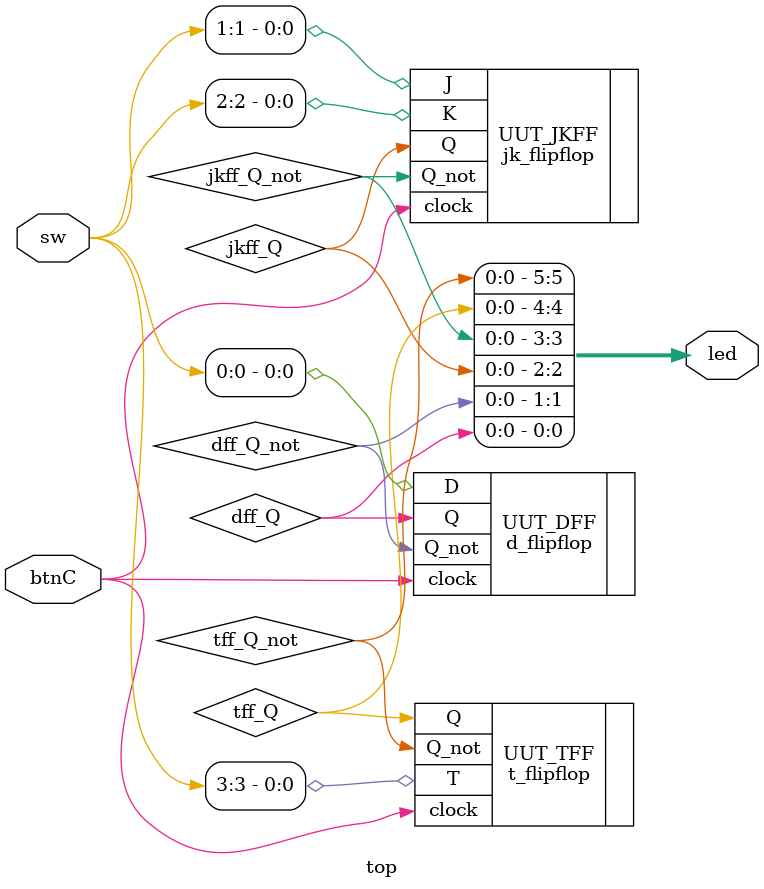
<source format=v>
module top (
    // Inputs from the FPGA Board
    input [3:0] sw,    // Switches sw[0] to sw[3]
    input btnC,        // Center button for the Clock (btnC)
    // Outputs to the FPGA Board
    output [5:0] led   // LEDs led[0] to led[5]
);

    // Signal Declarations (Internal Connect
    // The outputs of the D Flip Flop
    wire dff_Q;
    wire dff_Q_not;

    // The outputs of the JK Flip Flop
    wire jkff_Q;
    wire jkff_Q_not;

    // The outputs of the T Flip Flop
    wire tff_Q;
    wire tff_Q_not;

    // Instantiate D Flip-Flop
    // sw[0] -> D
    // btnC -> clock
    // led[0] -> Q
    // led[1] -> ~Q
    d_flipflop UUT_DFF (
        .D      (sw[0]),
        .clock  (btnC),
        // Note: Reset is not explicitly used here as it wasn't in the final lab DFF code
        .Q      (dff_Q),
        .Q_not  (dff_Q_not)
    );

    // Instantiate JK Flip-Flop
    // sw[1] -> J
    // sw[2] -> K
    // btnC -> clock
    // led[2] -> Q
    // led[3] -> ~Q
    jk_flipflop UUT_JKFF (
        .J      (sw[1]),
        .K      (sw[2]),
        .clock  (btnC),
        .Q      (jkff_Q),
        .Q_not  (jkff_Q_not)
    );

    // Instantiate T Flip-Flop
    // sw[3] -> T
    // btnC -> clock
    // led[4] -> Q
    // led[5] -> ~Q
    t_flipflop UUT_TFF (
        .T      (sw[3]),
        .clock  (btnC),
        .Q      (tff_Q),
        .Q_not  (tff_Q_not)
    );

    // Final Wiring to Physical LED Outputs
    assign led[0] = dff_Q;
    assign led[1] = dff_Q_not;
    assign led[2] = jkff_Q;
    assign led[3] = jkff_Q_not;
    assign led[4] = tff_Q;
    assign led[5] = tff_Q_not;

endmodule
</source>
